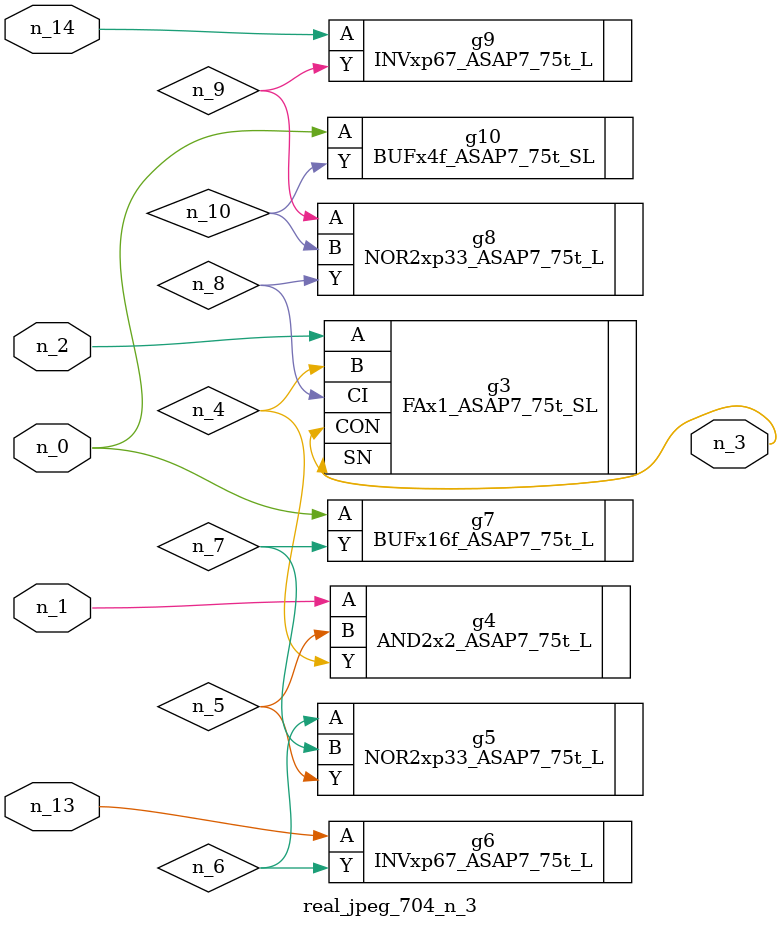
<source format=v>
module real_jpeg_704_n_3 (n_0, n_1, n_14, n_2, n_13, n_3);

input n_0;
input n_1;
input n_14;
input n_2;
input n_13;

output n_3;

wire n_5;
wire n_4;
wire n_8;
wire n_6;
wire n_7;
wire n_10;
wire n_9;

BUFx16f_ASAP7_75t_L g7 ( 
.A(n_0),
.Y(n_7)
);

BUFx4f_ASAP7_75t_SL g10 ( 
.A(n_0),
.Y(n_10)
);

AND2x2_ASAP7_75t_L g4 ( 
.A(n_1),
.B(n_5),
.Y(n_4)
);

FAx1_ASAP7_75t_SL g3 ( 
.A(n_2),
.B(n_4),
.CI(n_8),
.CON(n_3),
.SN(n_3)
);

NOR2xp33_ASAP7_75t_L g5 ( 
.A(n_6),
.B(n_7),
.Y(n_5)
);

NOR2xp33_ASAP7_75t_L g8 ( 
.A(n_9),
.B(n_10),
.Y(n_8)
);

INVxp67_ASAP7_75t_L g6 ( 
.A(n_13),
.Y(n_6)
);

INVxp67_ASAP7_75t_L g9 ( 
.A(n_14),
.Y(n_9)
);


endmodule
</source>
